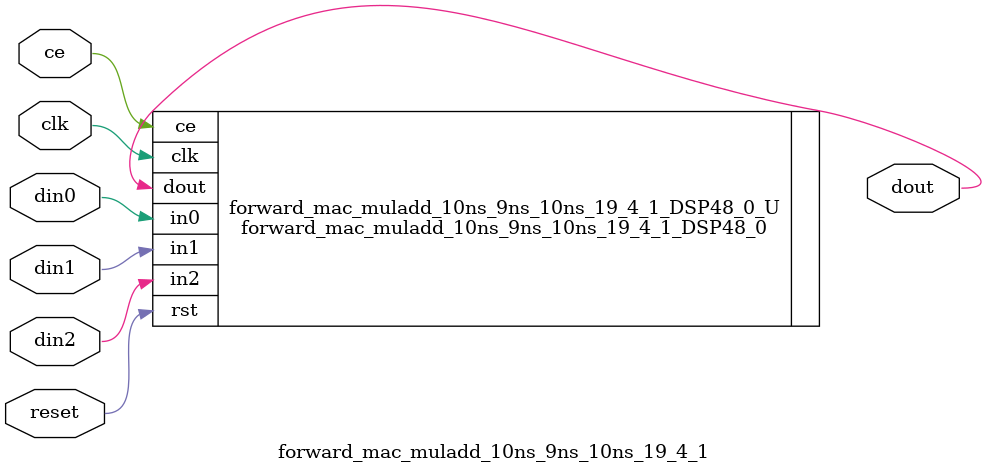
<source format=v>
module forward_mac_muladd_10ns_9ns_10ns_19_4_1(clk,reset,ce,din0,din1,din2,dout); 
parameter ID = 32'd1;
parameter NUM_STAGE = 32'd1;
parameter din0_WIDTH = 32'd1;
parameter din1_WIDTH = 32'd1;
parameter din2_WIDTH = 32'd1;
parameter dout_WIDTH = 32'd1;
input clk;
input reset;
input ce;
input[din0_WIDTH - 1:0] din0;
input[din1_WIDTH - 1:0] din1;
input[din2_WIDTH - 1:0] din2;
output[dout_WIDTH - 1:0] dout;
forward_mac_muladd_10ns_9ns_10ns_19_4_1_DSP48_0 forward_mac_muladd_10ns_9ns_10ns_19_4_1_DSP48_0_U(.clk( clk ),.rst( reset ),.ce( ce ),.in0( din0 ),.in1( din1 ),.in2( din2 ),.dout( dout ));
endmodule
</source>
